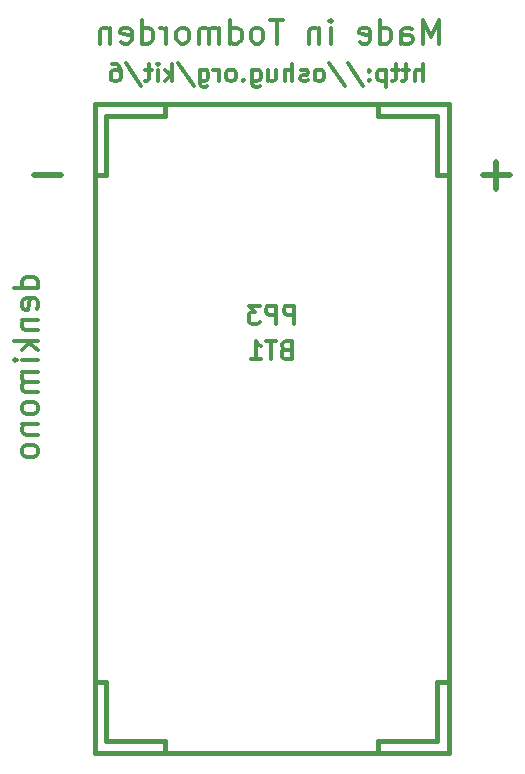
<source format=gbo>
G04 This is an RS-274x file exported by *
G04 gerbv version 2.6.0 *
G04 More information is available about gerbv at *
G04 http://gerbv.gpleda.org/ *
G04 --End of header info--*
%MOIN*%
%FSLAX34Y34*%
%IPPOS*%
G04 --Define apertures--*
%ADD10C,0.0059*%
%ADD11C,0.0120*%
%ADD12C,0.0150*%
%ADD13C,0.0197*%
G04 --Start main section--*
G54D11*
G01X0024713Y-015396D02*
G01X0024713Y-014805D01*
G01X0024456Y-015396D02*
G01X0024456Y-015087D01*
G01X0024456Y-015087D02*
G01X0024484Y-015030D01*
G01X0024484Y-015030D02*
G01X0024541Y-015002D01*
G01X0024541Y-015002D02*
G01X0024627Y-015002D01*
G01X0024627Y-015002D02*
G01X0024684Y-015030D01*
G01X0024684Y-015030D02*
G01X0024713Y-015059D01*
G01X0024256Y-015002D02*
G01X0024027Y-015002D01*
G01X0024170Y-014805D02*
G01X0024170Y-015312D01*
G01X0024170Y-015312D02*
G01X0024141Y-015368D01*
G01X0024141Y-015368D02*
G01X0024084Y-015396D01*
G01X0024084Y-015396D02*
G01X0024027Y-015396D01*
G01X0023913Y-015002D02*
G01X0023684Y-015002D01*
G01X0023827Y-014805D02*
G01X0023827Y-015312D01*
G01X0023827Y-015312D02*
G01X0023798Y-015368D01*
G01X0023798Y-015368D02*
G01X0023741Y-015396D01*
G01X0023741Y-015396D02*
G01X0023684Y-015396D01*
G01X0023484Y-015002D02*
G01X0023484Y-015593D01*
G01X0023484Y-015030D02*
G01X0023427Y-015002D01*
G01X0023427Y-015002D02*
G01X0023313Y-015002D01*
G01X0023313Y-015002D02*
G01X0023256Y-015030D01*
G01X0023256Y-015030D02*
G01X0023227Y-015059D01*
G01X0023227Y-015059D02*
G01X0023198Y-015115D01*
G01X0023198Y-015115D02*
G01X0023198Y-015284D01*
G01X0023198Y-015284D02*
G01X0023227Y-015340D01*
G01X0023227Y-015340D02*
G01X0023256Y-015368D01*
G01X0023256Y-015368D02*
G01X0023313Y-015396D01*
G01X0023313Y-015396D02*
G01X0023427Y-015396D01*
G01X0023427Y-015396D02*
G01X0023484Y-015368D01*
G01X0022941Y-015340D02*
G01X0022913Y-015368D01*
G01X0022913Y-015368D02*
G01X0022941Y-015396D01*
G01X0022941Y-015396D02*
G01X0022970Y-015368D01*
G01X0022970Y-015368D02*
G01X0022941Y-015340D01*
G01X0022941Y-015340D02*
G01X0022941Y-015396D01*
G01X0022941Y-015030D02*
G01X0022913Y-015059D01*
G01X0022913Y-015059D02*
G01X0022941Y-015087D01*
G01X0022941Y-015087D02*
G01X0022970Y-015059D01*
G01X0022970Y-015059D02*
G01X0022941Y-015030D01*
G01X0022941Y-015030D02*
G01X0022941Y-015087D01*
G01X0022227Y-014777D02*
G01X0022741Y-015537D01*
G01X0021598Y-014777D02*
G01X0022113Y-015537D01*
G01X0021313Y-015396D02*
G01X0021370Y-015368D01*
G01X0021370Y-015368D02*
G01X0021398Y-015340D01*
G01X0021398Y-015340D02*
G01X0021427Y-015284D01*
G01X0021427Y-015284D02*
G01X0021427Y-015115D01*
G01X0021427Y-015115D02*
G01X0021398Y-015059D01*
G01X0021398Y-015059D02*
G01X0021370Y-015030D01*
G01X0021370Y-015030D02*
G01X0021313Y-015002D01*
G01X0021313Y-015002D02*
G01X0021227Y-015002D01*
G01X0021227Y-015002D02*
G01X0021170Y-015030D01*
G01X0021170Y-015030D02*
G01X0021141Y-015059D01*
G01X0021141Y-015059D02*
G01X0021113Y-015115D01*
G01X0021113Y-015115D02*
G01X0021113Y-015284D01*
G01X0021113Y-015284D02*
G01X0021141Y-015340D01*
G01X0021141Y-015340D02*
G01X0021170Y-015368D01*
G01X0021170Y-015368D02*
G01X0021227Y-015396D01*
G01X0021227Y-015396D02*
G01X0021313Y-015396D01*
G01X0020884Y-015368D02*
G01X0020827Y-015396D01*
G01X0020827Y-015396D02*
G01X0020713Y-015396D01*
G01X0020713Y-015396D02*
G01X0020656Y-015368D01*
G01X0020656Y-015368D02*
G01X0020627Y-015312D01*
G01X0020627Y-015312D02*
G01X0020627Y-015284D01*
G01X0020627Y-015284D02*
G01X0020656Y-015227D01*
G01X0020656Y-015227D02*
G01X0020713Y-015199D01*
G01X0020713Y-015199D02*
G01X0020798Y-015199D01*
G01X0020798Y-015199D02*
G01X0020856Y-015171D01*
G01X0020856Y-015171D02*
G01X0020884Y-015115D01*
G01X0020884Y-015115D02*
G01X0020884Y-015087D01*
G01X0020884Y-015087D02*
G01X0020856Y-015030D01*
G01X0020856Y-015030D02*
G01X0020798Y-015002D01*
G01X0020798Y-015002D02*
G01X0020713Y-015002D01*
G01X0020713Y-015002D02*
G01X0020656Y-015030D01*
G01X0020370Y-015396D02*
G01X0020370Y-014805D01*
G01X0020113Y-015396D02*
G01X0020113Y-015087D01*
G01X0020113Y-015087D02*
G01X0020141Y-015030D01*
G01X0020141Y-015030D02*
G01X0020198Y-015002D01*
G01X0020198Y-015002D02*
G01X0020284Y-015002D01*
G01X0020284Y-015002D02*
G01X0020341Y-015030D01*
G01X0020341Y-015030D02*
G01X0020370Y-015059D01*
G01X0019570Y-015002D02*
G01X0019570Y-015396D01*
G01X0019827Y-015002D02*
G01X0019827Y-015312D01*
G01X0019827Y-015312D02*
G01X0019798Y-015368D01*
G01X0019798Y-015368D02*
G01X0019741Y-015396D01*
G01X0019741Y-015396D02*
G01X0019656Y-015396D01*
G01X0019656Y-015396D02*
G01X0019598Y-015368D01*
G01X0019598Y-015368D02*
G01X0019570Y-015340D01*
G01X0019027Y-015002D02*
G01X0019027Y-015480D01*
G01X0019027Y-015480D02*
G01X0019056Y-015537D01*
G01X0019056Y-015537D02*
G01X0019084Y-015565D01*
G01X0019084Y-015565D02*
G01X0019141Y-015593D01*
G01X0019141Y-015593D02*
G01X0019227Y-015593D01*
G01X0019227Y-015593D02*
G01X0019284Y-015565D01*
G01X0019027Y-015368D02*
G01X0019084Y-015396D01*
G01X0019084Y-015396D02*
G01X0019198Y-015396D01*
G01X0019198Y-015396D02*
G01X0019256Y-015368D01*
G01X0019256Y-015368D02*
G01X0019284Y-015340D01*
G01X0019284Y-015340D02*
G01X0019313Y-015284D01*
G01X0019313Y-015284D02*
G01X0019313Y-015115D01*
G01X0019313Y-015115D02*
G01X0019284Y-015059D01*
G01X0019284Y-015059D02*
G01X0019256Y-015030D01*
G01X0019256Y-015030D02*
G01X0019198Y-015002D01*
G01X0019198Y-015002D02*
G01X0019084Y-015002D01*
G01X0019084Y-015002D02*
G01X0019027Y-015030D01*
G01X0018741Y-015340D02*
G01X0018713Y-015368D01*
G01X0018713Y-015368D02*
G01X0018741Y-015396D01*
G01X0018741Y-015396D02*
G01X0018770Y-015368D01*
G01X0018770Y-015368D02*
G01X0018741Y-015340D01*
G01X0018741Y-015340D02*
G01X0018741Y-015396D01*
G01X0018370Y-015396D02*
G01X0018427Y-015368D01*
G01X0018427Y-015368D02*
G01X0018456Y-015340D01*
G01X0018456Y-015340D02*
G01X0018484Y-015284D01*
G01X0018484Y-015284D02*
G01X0018484Y-015115D01*
G01X0018484Y-015115D02*
G01X0018456Y-015059D01*
G01X0018456Y-015059D02*
G01X0018427Y-015030D01*
G01X0018427Y-015030D02*
G01X0018370Y-015002D01*
G01X0018370Y-015002D02*
G01X0018284Y-015002D01*
G01X0018284Y-015002D02*
G01X0018227Y-015030D01*
G01X0018227Y-015030D02*
G01X0018198Y-015059D01*
G01X0018198Y-015059D02*
G01X0018170Y-015115D01*
G01X0018170Y-015115D02*
G01X0018170Y-015284D01*
G01X0018170Y-015284D02*
G01X0018198Y-015340D01*
G01X0018198Y-015340D02*
G01X0018227Y-015368D01*
G01X0018227Y-015368D02*
G01X0018284Y-015396D01*
G01X0018284Y-015396D02*
G01X0018370Y-015396D01*
G01X0017913Y-015396D02*
G01X0017913Y-015002D01*
G01X0017913Y-015115D02*
G01X0017884Y-015059D01*
G01X0017884Y-015059D02*
G01X0017856Y-015030D01*
G01X0017856Y-015030D02*
G01X0017798Y-015002D01*
G01X0017798Y-015002D02*
G01X0017741Y-015002D01*
G01X0017284Y-015002D02*
G01X0017284Y-015480D01*
G01X0017284Y-015480D02*
G01X0017313Y-015537D01*
G01X0017313Y-015537D02*
G01X0017341Y-015565D01*
G01X0017341Y-015565D02*
G01X0017398Y-015593D01*
G01X0017398Y-015593D02*
G01X0017484Y-015593D01*
G01X0017484Y-015593D02*
G01X0017541Y-015565D01*
G01X0017284Y-015368D02*
G01X0017341Y-015396D01*
G01X0017341Y-015396D02*
G01X0017456Y-015396D01*
G01X0017456Y-015396D02*
G01X0017513Y-015368D01*
G01X0017513Y-015368D02*
G01X0017541Y-015340D01*
G01X0017541Y-015340D02*
G01X0017570Y-015284D01*
G01X0017570Y-015284D02*
G01X0017570Y-015115D01*
G01X0017570Y-015115D02*
G01X0017541Y-015059D01*
G01X0017541Y-015059D02*
G01X0017513Y-015030D01*
G01X0017513Y-015030D02*
G01X0017456Y-015002D01*
G01X0017456Y-015002D02*
G01X0017341Y-015002D01*
G01X0017341Y-015002D02*
G01X0017284Y-015030D01*
G01X0016570Y-014777D02*
G01X0017084Y-015537D01*
G01X0016370Y-015396D02*
G01X0016370Y-014805D01*
G01X0016313Y-015171D02*
G01X0016141Y-015396D01*
G01X0016141Y-015002D02*
G01X0016370Y-015227D01*
G01X0015884Y-015396D02*
G01X0015884Y-015002D01*
G01X0015884Y-014805D02*
G01X0015913Y-014834D01*
G01X0015913Y-014834D02*
G01X0015884Y-014862D01*
G01X0015884Y-014862D02*
G01X0015856Y-014834D01*
G01X0015856Y-014834D02*
G01X0015884Y-014805D01*
G01X0015884Y-014805D02*
G01X0015884Y-014862D01*
G01X0015684Y-015002D02*
G01X0015456Y-015002D01*
G01X0015598Y-014805D02*
G01X0015598Y-015312D01*
G01X0015598Y-015312D02*
G01X0015570Y-015368D01*
G01X0015570Y-015368D02*
G01X0015513Y-015396D01*
G01X0015513Y-015396D02*
G01X0015456Y-015396D01*
G01X0014827Y-014777D02*
G01X0015341Y-015537D01*
G01X0014370Y-014805D02*
G01X0014484Y-014805D01*
G01X0014484Y-014805D02*
G01X0014541Y-014834D01*
G01X0014541Y-014834D02*
G01X0014570Y-014862D01*
G01X0014570Y-014862D02*
G01X0014627Y-014946D01*
G01X0014627Y-014946D02*
G01X0014656Y-015059D01*
G01X0014656Y-015059D02*
G01X0014656Y-015284D01*
G01X0014656Y-015284D02*
G01X0014627Y-015340D01*
G01X0014627Y-015340D02*
G01X0014598Y-015368D01*
G01X0014598Y-015368D02*
G01X0014541Y-015396D01*
G01X0014541Y-015396D02*
G01X0014427Y-015396D01*
G01X0014427Y-015396D02*
G01X0014370Y-015368D01*
G01X0014370Y-015368D02*
G01X0014341Y-015340D01*
G01X0014341Y-015340D02*
G01X0014313Y-015284D01*
G01X0014313Y-015284D02*
G01X0014313Y-015143D01*
G01X0014313Y-015143D02*
G01X0014341Y-015087D01*
G01X0014341Y-015087D02*
G01X0014370Y-015059D01*
G01X0014370Y-015059D02*
G01X0014427Y-015030D01*
G01X0014427Y-015030D02*
G01X0014541Y-015030D01*
G01X0014541Y-015030D02*
G01X0014598Y-015059D01*
G01X0014598Y-015059D02*
G01X0014627Y-015087D01*
G01X0014627Y-015087D02*
G01X0014656Y-015143D01*
G01X0025249Y-014137D02*
G01X0025249Y-013350D01*
G01X0025249Y-013350D02*
G01X0024986Y-013912D01*
G01X0024986Y-013912D02*
G01X0024724Y-013350D01*
G01X0024724Y-013350D02*
G01X0024724Y-014137D01*
G01X0024011Y-014137D02*
G01X0024011Y-013725D01*
G01X0024011Y-013725D02*
G01X0024049Y-013650D01*
G01X0024049Y-013650D02*
G01X0024124Y-013612D01*
G01X0024124Y-013612D02*
G01X0024274Y-013612D01*
G01X0024274Y-013612D02*
G01X0024349Y-013650D01*
G01X0024011Y-014100D02*
G01X0024086Y-014137D01*
G01X0024086Y-014137D02*
G01X0024274Y-014137D01*
G01X0024274Y-014137D02*
G01X0024349Y-014100D01*
G01X0024349Y-014100D02*
G01X0024386Y-014025D01*
G01X0024386Y-014025D02*
G01X0024386Y-013950D01*
G01X0024386Y-013950D02*
G01X0024349Y-013875D01*
G01X0024349Y-013875D02*
G01X0024274Y-013837D01*
G01X0024274Y-013837D02*
G01X0024086Y-013837D01*
G01X0024086Y-013837D02*
G01X0024011Y-013800D01*
G01X0023299Y-014137D02*
G01X0023299Y-013350D01*
G01X0023299Y-014100D02*
G01X0023374Y-014137D01*
G01X0023374Y-014137D02*
G01X0023524Y-014137D01*
G01X0023524Y-014137D02*
G01X0023599Y-014100D01*
G01X0023599Y-014100D02*
G01X0023637Y-014062D01*
G01X0023637Y-014062D02*
G01X0023674Y-013987D01*
G01X0023674Y-013987D02*
G01X0023674Y-013762D01*
G01X0023674Y-013762D02*
G01X0023637Y-013687D01*
G01X0023637Y-013687D02*
G01X0023599Y-013650D01*
G01X0023599Y-013650D02*
G01X0023524Y-013612D01*
G01X0023524Y-013612D02*
G01X0023374Y-013612D01*
G01X0023374Y-013612D02*
G01X0023299Y-013650D01*
G01X0022624Y-014100D02*
G01X0022699Y-014137D01*
G01X0022699Y-014137D02*
G01X0022849Y-014137D01*
G01X0022849Y-014137D02*
G01X0022924Y-014100D01*
G01X0022924Y-014100D02*
G01X0022962Y-014025D01*
G01X0022962Y-014025D02*
G01X0022962Y-013725D01*
G01X0022962Y-013725D02*
G01X0022924Y-013650D01*
G01X0022924Y-013650D02*
G01X0022849Y-013612D01*
G01X0022849Y-013612D02*
G01X0022699Y-013612D01*
G01X0022699Y-013612D02*
G01X0022624Y-013650D01*
G01X0022624Y-013650D02*
G01X0022587Y-013725D01*
G01X0022587Y-013725D02*
G01X0022587Y-013800D01*
G01X0022587Y-013800D02*
G01X0022962Y-013875D01*
G01X0021649Y-014137D02*
G01X0021649Y-013612D01*
G01X0021649Y-013350D02*
G01X0021687Y-013387D01*
G01X0021687Y-013387D02*
G01X0021649Y-013425D01*
G01X0021649Y-013425D02*
G01X0021612Y-013387D01*
G01X0021612Y-013387D02*
G01X0021649Y-013350D01*
G01X0021649Y-013350D02*
G01X0021649Y-013425D01*
G01X0021274Y-013612D02*
G01X0021274Y-014137D01*
G01X0021274Y-013687D02*
G01X0021237Y-013650D01*
G01X0021237Y-013650D02*
G01X0021162Y-013612D01*
G01X0021162Y-013612D02*
G01X0021049Y-013612D01*
G01X0021049Y-013612D02*
G01X0020974Y-013650D01*
G01X0020974Y-013650D02*
G01X0020937Y-013725D01*
G01X0020937Y-013725D02*
G01X0020937Y-014137D01*
G01X0020074Y-013350D02*
G01X0019625Y-013350D01*
G01X0019850Y-014137D02*
G01X0019850Y-013350D01*
G01X0019250Y-014137D02*
G01X0019325Y-014100D01*
G01X0019325Y-014100D02*
G01X0019362Y-014062D01*
G01X0019362Y-014062D02*
G01X0019400Y-013987D01*
G01X0019400Y-013987D02*
G01X0019400Y-013762D01*
G01X0019400Y-013762D02*
G01X0019362Y-013687D01*
G01X0019362Y-013687D02*
G01X0019325Y-013650D01*
G01X0019325Y-013650D02*
G01X0019250Y-013612D01*
G01X0019250Y-013612D02*
G01X0019137Y-013612D01*
G01X0019137Y-013612D02*
G01X0019062Y-013650D01*
G01X0019062Y-013650D02*
G01X0019025Y-013687D01*
G01X0019025Y-013687D02*
G01X0018987Y-013762D01*
G01X0018987Y-013762D02*
G01X0018987Y-013987D01*
G01X0018987Y-013987D02*
G01X0019025Y-014062D01*
G01X0019025Y-014062D02*
G01X0019062Y-014100D01*
G01X0019062Y-014100D02*
G01X0019137Y-014137D01*
G01X0019137Y-014137D02*
G01X0019250Y-014137D01*
G01X0018312Y-014137D02*
G01X0018312Y-013350D01*
G01X0018312Y-014100D02*
G01X0018387Y-014137D01*
G01X0018387Y-014137D02*
G01X0018537Y-014137D01*
G01X0018537Y-014137D02*
G01X0018612Y-014100D01*
G01X0018612Y-014100D02*
G01X0018650Y-014062D01*
G01X0018650Y-014062D02*
G01X0018687Y-013987D01*
G01X0018687Y-013987D02*
G01X0018687Y-013762D01*
G01X0018687Y-013762D02*
G01X0018650Y-013687D01*
G01X0018650Y-013687D02*
G01X0018612Y-013650D01*
G01X0018612Y-013650D02*
G01X0018537Y-013612D01*
G01X0018537Y-013612D02*
G01X0018387Y-013612D01*
G01X0018387Y-013612D02*
G01X0018312Y-013650D01*
G01X0017937Y-014137D02*
G01X0017937Y-013612D01*
G01X0017937Y-013687D02*
G01X0017900Y-013650D01*
G01X0017900Y-013650D02*
G01X0017825Y-013612D01*
G01X0017825Y-013612D02*
G01X0017712Y-013612D01*
G01X0017712Y-013612D02*
G01X0017637Y-013650D01*
G01X0017637Y-013650D02*
G01X0017600Y-013725D01*
G01X0017600Y-013725D02*
G01X0017600Y-014137D01*
G01X0017600Y-013725D02*
G01X0017562Y-013650D01*
G01X0017562Y-013650D02*
G01X0017487Y-013612D01*
G01X0017487Y-013612D02*
G01X0017375Y-013612D01*
G01X0017375Y-013612D02*
G01X0017300Y-013650D01*
G01X0017300Y-013650D02*
G01X0017262Y-013725D01*
G01X0017262Y-013725D02*
G01X0017262Y-014137D01*
G01X0016775Y-014137D02*
G01X0016850Y-014100D01*
G01X0016850Y-014100D02*
G01X0016887Y-014062D01*
G01X0016887Y-014062D02*
G01X0016925Y-013987D01*
G01X0016925Y-013987D02*
G01X0016925Y-013762D01*
G01X0016925Y-013762D02*
G01X0016887Y-013687D01*
G01X0016887Y-013687D02*
G01X0016850Y-013650D01*
G01X0016850Y-013650D02*
G01X0016775Y-013612D01*
G01X0016775Y-013612D02*
G01X0016662Y-013612D01*
G01X0016662Y-013612D02*
G01X0016587Y-013650D01*
G01X0016587Y-013650D02*
G01X0016550Y-013687D01*
G01X0016550Y-013687D02*
G01X0016512Y-013762D01*
G01X0016512Y-013762D02*
G01X0016512Y-013987D01*
G01X0016512Y-013987D02*
G01X0016550Y-014062D01*
G01X0016550Y-014062D02*
G01X0016587Y-014100D01*
G01X0016587Y-014100D02*
G01X0016662Y-014137D01*
G01X0016662Y-014137D02*
G01X0016775Y-014137D01*
G01X0016175Y-014137D02*
G01X0016175Y-013612D01*
G01X0016175Y-013762D02*
G01X0016137Y-013687D01*
G01X0016137Y-013687D02*
G01X0016100Y-013650D01*
G01X0016100Y-013650D02*
G01X0016025Y-013612D01*
G01X0016025Y-013612D02*
G01X0015950Y-013612D01*
G01X0015350Y-014137D02*
G01X0015350Y-013350D01*
G01X0015350Y-014100D02*
G01X0015425Y-014137D01*
G01X0015425Y-014137D02*
G01X0015575Y-014137D01*
G01X0015575Y-014137D02*
G01X0015650Y-014100D01*
G01X0015650Y-014100D02*
G01X0015688Y-014062D01*
G01X0015688Y-014062D02*
G01X0015725Y-013987D01*
G01X0015725Y-013987D02*
G01X0015725Y-013762D01*
G01X0015725Y-013762D02*
G01X0015688Y-013687D01*
G01X0015688Y-013687D02*
G01X0015650Y-013650D01*
G01X0015650Y-013650D02*
G01X0015575Y-013612D01*
G01X0015575Y-013612D02*
G01X0015425Y-013612D01*
G01X0015425Y-013612D02*
G01X0015350Y-013650D01*
G01X0014675Y-014100D02*
G01X0014750Y-014137D01*
G01X0014750Y-014137D02*
G01X0014900Y-014137D01*
G01X0014900Y-014137D02*
G01X0014975Y-014100D01*
G01X0014975Y-014100D02*
G01X0015013Y-014025D01*
G01X0015013Y-014025D02*
G01X0015013Y-013725D01*
G01X0015013Y-013725D02*
G01X0014975Y-013650D01*
G01X0014975Y-013650D02*
G01X0014900Y-013612D01*
G01X0014900Y-013612D02*
G01X0014750Y-013612D01*
G01X0014750Y-013612D02*
G01X0014675Y-013650D01*
G01X0014675Y-013650D02*
G01X0014638Y-013725D01*
G01X0014638Y-013725D02*
G01X0014638Y-013800D01*
G01X0014638Y-013800D02*
G01X0015013Y-013875D01*
G01X0014300Y-013612D02*
G01X0014300Y-014137D01*
G01X0014300Y-013687D02*
G01X0014263Y-013650D01*
G01X0014263Y-013650D02*
G01X0014188Y-013612D01*
G01X0014188Y-013612D02*
G01X0014075Y-013612D01*
G01X0014075Y-013612D02*
G01X0014000Y-013650D01*
G01X0014000Y-013650D02*
G01X0013963Y-013725D01*
G01X0013963Y-013725D02*
G01X0013963Y-014137D01*
G01X0011893Y-022296D02*
G01X0011106Y-022296D01*
G01X0011856Y-022296D02*
G01X0011893Y-022221D01*
G01X0011893Y-022221D02*
G01X0011893Y-022071D01*
G01X0011893Y-022071D02*
G01X0011856Y-021996D01*
G01X0011856Y-021996D02*
G01X0011818Y-021959D01*
G01X0011818Y-021959D02*
G01X0011743Y-021921D01*
G01X0011743Y-021921D02*
G01X0011518Y-021921D01*
G01X0011518Y-021921D02*
G01X0011443Y-021959D01*
G01X0011443Y-021959D02*
G01X0011406Y-021996D01*
G01X0011406Y-021996D02*
G01X0011368Y-022071D01*
G01X0011368Y-022071D02*
G01X0011368Y-022221D01*
G01X0011368Y-022221D02*
G01X0011406Y-022296D01*
G01X0011856Y-022971D02*
G01X0011893Y-022896D01*
G01X0011893Y-022896D02*
G01X0011893Y-022746D01*
G01X0011893Y-022746D02*
G01X0011856Y-022671D01*
G01X0011856Y-022671D02*
G01X0011781Y-022634D01*
G01X0011781Y-022634D02*
G01X0011481Y-022634D01*
G01X0011481Y-022634D02*
G01X0011406Y-022671D01*
G01X0011406Y-022671D02*
G01X0011368Y-022746D01*
G01X0011368Y-022746D02*
G01X0011368Y-022896D01*
G01X0011368Y-022896D02*
G01X0011406Y-022971D01*
G01X0011406Y-022971D02*
G01X0011481Y-023008D01*
G01X0011481Y-023008D02*
G01X0011556Y-023008D01*
G01X0011556Y-023008D02*
G01X0011631Y-022634D01*
G01X0011368Y-023346D02*
G01X0011893Y-023346D01*
G01X0011443Y-023346D02*
G01X0011406Y-023383D01*
G01X0011406Y-023383D02*
G01X0011368Y-023458D01*
G01X0011368Y-023458D02*
G01X0011368Y-023571D01*
G01X0011368Y-023571D02*
G01X0011406Y-023646D01*
G01X0011406Y-023646D02*
G01X0011481Y-023683D01*
G01X0011481Y-023683D02*
G01X0011893Y-023683D01*
G01X0011893Y-024058D02*
G01X0011106Y-024058D01*
G01X0011593Y-024133D02*
G01X0011893Y-024358D01*
G01X0011368Y-024358D02*
G01X0011668Y-024058D01*
G01X0011893Y-024696D02*
G01X0011368Y-024696D01*
G01X0011106Y-024696D02*
G01X0011143Y-024658D01*
G01X0011143Y-024658D02*
G01X0011181Y-024696D01*
G01X0011181Y-024696D02*
G01X0011143Y-024733D01*
G01X0011143Y-024733D02*
G01X0011106Y-024696D01*
G01X0011106Y-024696D02*
G01X0011181Y-024696D01*
G01X0011893Y-025071D02*
G01X0011368Y-025071D01*
G01X0011443Y-025071D02*
G01X0011406Y-025108D01*
G01X0011406Y-025108D02*
G01X0011368Y-025183D01*
G01X0011368Y-025183D02*
G01X0011368Y-025296D01*
G01X0011368Y-025296D02*
G01X0011406Y-025371D01*
G01X0011406Y-025371D02*
G01X0011481Y-025408D01*
G01X0011481Y-025408D02*
G01X0011893Y-025408D01*
G01X0011481Y-025408D02*
G01X0011406Y-025446D01*
G01X0011406Y-025446D02*
G01X0011368Y-025521D01*
G01X0011368Y-025521D02*
G01X0011368Y-025633D01*
G01X0011368Y-025633D02*
G01X0011406Y-025708D01*
G01X0011406Y-025708D02*
G01X0011481Y-025746D01*
G01X0011481Y-025746D02*
G01X0011893Y-025746D01*
G01X0011893Y-026233D02*
G01X0011856Y-026158D01*
G01X0011856Y-026158D02*
G01X0011818Y-026121D01*
G01X0011818Y-026121D02*
G01X0011743Y-026083D01*
G01X0011743Y-026083D02*
G01X0011518Y-026083D01*
G01X0011518Y-026083D02*
G01X0011443Y-026121D01*
G01X0011443Y-026121D02*
G01X0011406Y-026158D01*
G01X0011406Y-026158D02*
G01X0011368Y-026233D01*
G01X0011368Y-026233D02*
G01X0011368Y-026346D01*
G01X0011368Y-026346D02*
G01X0011406Y-026421D01*
G01X0011406Y-026421D02*
G01X0011443Y-026458D01*
G01X0011443Y-026458D02*
G01X0011518Y-026496D01*
G01X0011518Y-026496D02*
G01X0011743Y-026496D01*
G01X0011743Y-026496D02*
G01X0011818Y-026458D01*
G01X0011818Y-026458D02*
G01X0011856Y-026421D01*
G01X0011856Y-026421D02*
G01X0011893Y-026346D01*
G01X0011893Y-026346D02*
G01X0011893Y-026233D01*
G01X0011368Y-026833D02*
G01X0011893Y-026833D01*
G01X0011443Y-026833D02*
G01X0011406Y-026871D01*
G01X0011406Y-026871D02*
G01X0011368Y-026946D01*
G01X0011368Y-026946D02*
G01X0011368Y-027058D01*
G01X0011368Y-027058D02*
G01X0011406Y-027133D01*
G01X0011406Y-027133D02*
G01X0011481Y-027170D01*
G01X0011481Y-027170D02*
G01X0011893Y-027170D01*
G01X0011893Y-027658D02*
G01X0011856Y-027583D01*
G01X0011856Y-027583D02*
G01X0011818Y-027545D01*
G01X0011818Y-027545D02*
G01X0011743Y-027508D01*
G01X0011743Y-027508D02*
G01X0011518Y-027508D01*
G01X0011518Y-027508D02*
G01X0011443Y-027545D01*
G01X0011443Y-027545D02*
G01X0011406Y-027583D01*
G01X0011406Y-027583D02*
G01X0011368Y-027658D01*
G01X0011368Y-027658D02*
G01X0011368Y-027770D01*
G01X0011368Y-027770D02*
G01X0011406Y-027845D01*
G01X0011406Y-027845D02*
G01X0011443Y-027883D01*
G01X0011443Y-027883D02*
G01X0011518Y-027920D01*
G01X0011518Y-027920D02*
G01X0011743Y-027920D01*
G01X0011743Y-027920D02*
G01X0011818Y-027883D01*
G01X0011818Y-027883D02*
G01X0011856Y-027845D01*
G01X0011856Y-027845D02*
G01X0011893Y-027770D01*
G01X0011893Y-027770D02*
G01X0011893Y-027658D01*
G54D12*
G01X0014174Y-037401D02*
G01X0014174Y-035433D01*
G01X0014174Y-035433D02*
G01X0013780Y-035433D01*
G01X0014174Y-037401D02*
G01X0016142Y-037401D01*
G01X0016142Y-037401D02*
G01X0016142Y-037795D01*
G01X0025197Y-037401D02*
G01X0025197Y-035433D01*
G01X0025197Y-035433D02*
G01X0025591Y-035433D01*
G01X0025197Y-037401D02*
G01X0023229Y-037401D01*
G01X0023229Y-037401D02*
G01X0023229Y-037795D01*
G01X0014174Y-016535D02*
G01X0014174Y-018504D01*
G01X0014174Y-018504D02*
G01X0013780Y-018504D01*
G01X0016142Y-016535D02*
G01X0016142Y-016141D01*
G01X0014174Y-016535D02*
G01X0016142Y-016535D01*
G01X0025197Y-016535D02*
G01X0025197Y-018504D01*
G01X0025197Y-018504D02*
G01X0025591Y-018504D01*
G01X0025197Y-016535D02*
G01X0023229Y-016535D01*
G01X0023229Y-016535D02*
G01X0023229Y-016141D01*
G01X0025591Y-037795D02*
G01X0025591Y-016141D01*
G01X0025591Y-016141D02*
G01X0013780Y-016141D01*
G01X0013780Y-016141D02*
G01X0013780Y-037795D01*
G01X0013780Y-037795D02*
G01X0025591Y-037795D01*
G54D11*
G01X0020156Y-024337D02*
G01X0020070Y-024366D01*
G01X0020070Y-024366D02*
G01X0020042Y-024394D01*
G01X0020042Y-024394D02*
G01X0020013Y-024451D01*
G01X0020013Y-024451D02*
G01X0020013Y-024537D01*
G01X0020013Y-024537D02*
G01X0020042Y-024594D01*
G01X0020042Y-024594D02*
G01X0020070Y-024623D01*
G01X0020070Y-024623D02*
G01X0020127Y-024651D01*
G01X0020127Y-024651D02*
G01X0020356Y-024651D01*
G01X0020356Y-024651D02*
G01X0020356Y-024051D01*
G01X0020356Y-024051D02*
G01X0020156Y-024051D01*
G01X0020156Y-024051D02*
G01X0020099Y-024080D01*
G01X0020099Y-024080D02*
G01X0020070Y-024109D01*
G01X0020070Y-024109D02*
G01X0020042Y-024166D01*
G01X0020042Y-024166D02*
G01X0020042Y-024223D01*
G01X0020042Y-024223D02*
G01X0020070Y-024280D01*
G01X0020070Y-024280D02*
G01X0020099Y-024309D01*
G01X0020099Y-024309D02*
G01X0020156Y-024337D01*
G01X0020156Y-024337D02*
G01X0020356Y-024337D01*
G01X0019842Y-024051D02*
G01X0019499Y-024051D01*
G01X0019670Y-024651D02*
G01X0019670Y-024051D01*
G01X0018985Y-024651D02*
G01X0019327Y-024651D01*
G01X0019156Y-024651D02*
G01X0019156Y-024051D01*
G01X0019156Y-024051D02*
G01X0019213Y-024137D01*
G01X0019213Y-024137D02*
G01X0019270Y-024194D01*
G01X0019270Y-024194D02*
G01X0019327Y-024223D01*
G01X0020427Y-023470D02*
G01X0020427Y-022870D01*
G01X0020427Y-022870D02*
G01X0020199Y-022870D01*
G01X0020199Y-022870D02*
G01X0020142Y-022899D01*
G01X0020142Y-022899D02*
G01X0020113Y-022928D01*
G01X0020113Y-022928D02*
G01X0020085Y-022985D01*
G01X0020085Y-022985D02*
G01X0020085Y-023070D01*
G01X0020085Y-023070D02*
G01X0020113Y-023128D01*
G01X0020113Y-023128D02*
G01X0020142Y-023156D01*
G01X0020142Y-023156D02*
G01X0020199Y-023185D01*
G01X0020199Y-023185D02*
G01X0020427Y-023185D01*
G01X0019827Y-023470D02*
G01X0019827Y-022870D01*
G01X0019827Y-022870D02*
G01X0019599Y-022870D01*
G01X0019599Y-022870D02*
G01X0019542Y-022899D01*
G01X0019542Y-022899D02*
G01X0019513Y-022928D01*
G01X0019513Y-022928D02*
G01X0019485Y-022985D01*
G01X0019485Y-022985D02*
G01X0019485Y-023070D01*
G01X0019485Y-023070D02*
G01X0019513Y-023128D01*
G01X0019513Y-023128D02*
G01X0019542Y-023156D01*
G01X0019542Y-023156D02*
G01X0019599Y-023185D01*
G01X0019599Y-023185D02*
G01X0019827Y-023185D01*
G01X0019285Y-022870D02*
G01X0018913Y-022870D01*
G01X0018913Y-022870D02*
G01X0019113Y-023099D01*
G01X0019113Y-023099D02*
G01X0019027Y-023099D01*
G01X0019027Y-023099D02*
G01X0018970Y-023128D01*
G01X0018970Y-023128D02*
G01X0018942Y-023156D01*
G01X0018942Y-023156D02*
G01X0018913Y-023213D01*
G01X0018913Y-023213D02*
G01X0018913Y-023356D01*
G01X0018913Y-023356D02*
G01X0018942Y-023413D01*
G01X0018942Y-023413D02*
G01X0018970Y-023442D01*
G01X0018970Y-023442D02*
G01X0019027Y-023470D01*
G01X0019027Y-023470D02*
G01X0019199Y-023470D01*
G01X0019199Y-023470D02*
G01X0019256Y-023442D01*
G01X0019256Y-023442D02*
G01X0019285Y-023413D01*
G54D13*
G01X0012654Y-018532D02*
G01X0011755Y-018532D01*
G01X0027614Y-018532D02*
G01X0026715Y-018532D01*
G01X0027165Y-018982D02*
G01X0027165Y-018082D01*
M02*

</source>
